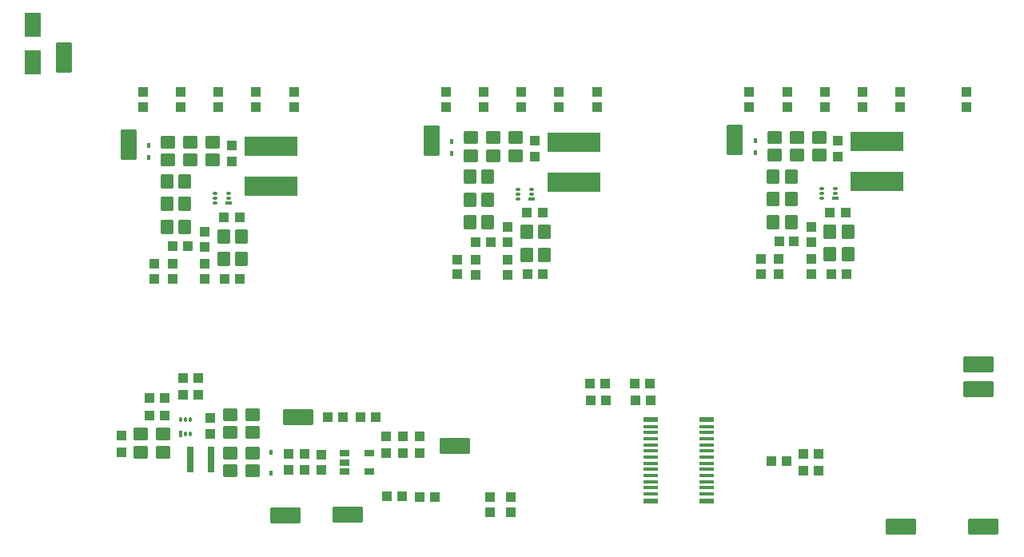
<source format=gbr>
G04*
G04 #@! TF.GenerationSoftware,Altium Limited,Altium Designer,25.1.2 (22)*
G04*
G04 Layer_Color=8421504*
%FSLAX44Y44*%
%MOMM*%
G71*
G04*
G04 #@! TF.SameCoordinates,24EE1BED-7E77-41C4-A39D-8EFC6A2CB599*
G04*
G04*
G04 #@! TF.FilePolarity,Positive*
G04*
G01*
G75*
%ADD17R,0.6700X0.3000*%
%ADD18O,0.6700X0.3000*%
G04:AMPARAMS|DCode=19|XSize=3.3mm|YSize=1.7mm|CornerRadius=0.2125mm|HoleSize=0mm|Usage=FLASHONLY|Rotation=180.000|XOffset=0mm|YOffset=0mm|HoleType=Round|Shape=RoundedRectangle|*
%AMROUNDEDRECTD19*
21,1,3.3000,1.2750,0,0,180.0*
21,1,2.8750,1.7000,0,0,180.0*
1,1,0.4250,-1.4375,0.6375*
1,1,0.4250,1.4375,0.6375*
1,1,0.4250,1.4375,-0.6375*
1,1,0.4250,-1.4375,-0.6375*
%
%ADD19ROUNDEDRECTD19*%
G04:AMPARAMS|DCode=20|XSize=1mm|YSize=1.1mm|CornerRadius=0.075mm|HoleSize=0mm|Usage=FLASHONLY|Rotation=180.000|XOffset=0mm|YOffset=0mm|HoleType=Round|Shape=RoundedRectangle|*
%AMROUNDEDRECTD20*
21,1,1.0000,0.9500,0,0,180.0*
21,1,0.8500,1.1000,0,0,180.0*
1,1,0.1500,-0.4250,0.4750*
1,1,0.1500,0.4250,0.4750*
1,1,0.1500,0.4250,-0.4750*
1,1,0.1500,-0.4250,-0.4750*
%
%ADD20ROUNDEDRECTD20*%
%ADD21R,1.5000X0.6000*%
%ADD22R,1.5000X0.4000*%
%ADD23R,5.6000X2.1000*%
G04:AMPARAMS|DCode=24|XSize=3.3mm|YSize=1.7mm|CornerRadius=0.2125mm|HoleSize=0mm|Usage=FLASHONLY|Rotation=90.000|XOffset=0mm|YOffset=0mm|HoleType=Round|Shape=RoundedRectangle|*
%AMROUNDEDRECTD24*
21,1,3.3000,1.2750,0,0,90.0*
21,1,2.8750,1.7000,0,0,90.0*
1,1,0.4250,0.6375,1.4375*
1,1,0.4250,0.6375,-1.4375*
1,1,0.4250,-0.6375,-1.4375*
1,1,0.4250,-0.6375,1.4375*
%
%ADD24ROUNDEDRECTD24*%
%ADD25R,0.3000X0.6700*%
%ADD26O,0.3000X0.6700*%
G04:AMPARAMS|DCode=27|XSize=1mm|YSize=1.1mm|CornerRadius=0.075mm|HoleSize=0mm|Usage=FLASHONLY|Rotation=270.000|XOffset=0mm|YOffset=0mm|HoleType=Round|Shape=RoundedRectangle|*
%AMROUNDEDRECTD27*
21,1,1.0000,0.9500,0,0,270.0*
21,1,0.8500,1.1000,0,0,270.0*
1,1,0.1500,-0.4750,-0.4250*
1,1,0.1500,-0.4750,0.4250*
1,1,0.1500,0.4750,0.4250*
1,1,0.1500,0.4750,-0.4250*
%
%ADD27ROUNDEDRECTD27*%
G04:AMPARAMS|DCode=28|XSize=1.1mm|YSize=1mm|CornerRadius=0.1mm|HoleSize=0mm|Usage=FLASHONLY|Rotation=180.000|XOffset=0mm|YOffset=0mm|HoleType=Round|Shape=RoundedRectangle|*
%AMROUNDEDRECTD28*
21,1,1.1000,0.8000,0,0,180.0*
21,1,0.9000,1.0000,0,0,180.0*
1,1,0.2000,-0.4500,0.4000*
1,1,0.2000,0.4500,0.4000*
1,1,0.2000,0.4500,-0.4000*
1,1,0.2000,-0.4500,-0.4000*
%
%ADD28ROUNDEDRECTD28*%
%ADD29R,0.4000X0.4800*%
G04:AMPARAMS|DCode=30|XSize=1.3mm|YSize=1.5mm|CornerRadius=0.0975mm|HoleSize=0mm|Usage=FLASHONLY|Rotation=180.000|XOffset=0mm|YOffset=0mm|HoleType=Round|Shape=RoundedRectangle|*
%AMROUNDEDRECTD30*
21,1,1.3000,1.3050,0,0,180.0*
21,1,1.1050,1.5000,0,0,180.0*
1,1,0.1950,-0.5525,0.6525*
1,1,0.1950,0.5525,0.6525*
1,1,0.1950,0.5525,-0.6525*
1,1,0.1950,-0.5525,-0.6525*
%
%ADD30ROUNDEDRECTD30*%
G04:AMPARAMS|DCode=31|XSize=1.3mm|YSize=1.5mm|CornerRadius=0.0975mm|HoleSize=0mm|Usage=FLASHONLY|Rotation=90.000|XOffset=0mm|YOffset=0mm|HoleType=Round|Shape=RoundedRectangle|*
%AMROUNDEDRECTD31*
21,1,1.3000,1.3050,0,0,90.0*
21,1,1.1050,1.5000,0,0,90.0*
1,1,0.1950,0.6525,0.5525*
1,1,0.1950,0.6525,-0.5525*
1,1,0.1950,-0.6525,-0.5525*
1,1,0.1950,-0.6525,0.5525*
%
%ADD31ROUNDEDRECTD31*%
G04:AMPARAMS|DCode=32|XSize=1.1mm|YSize=1mm|CornerRadius=0.075mm|HoleSize=0mm|Usage=FLASHONLY|Rotation=90.000|XOffset=0mm|YOffset=0mm|HoleType=Round|Shape=RoundedRectangle|*
%AMROUNDEDRECTD32*
21,1,1.1000,0.8500,0,0,90.0*
21,1,0.9500,1.0000,0,0,90.0*
1,1,0.1500,0.4250,0.4750*
1,1,0.1500,0.4250,-0.4750*
1,1,0.1500,-0.4250,-0.4750*
1,1,0.1500,-0.4250,0.4750*
%
%ADD32ROUNDEDRECTD32*%
G04:AMPARAMS|DCode=33|XSize=1.1mm|YSize=1mm|CornerRadius=0.075mm|HoleSize=0mm|Usage=FLASHONLY|Rotation=0.000|XOffset=0mm|YOffset=0mm|HoleType=Round|Shape=RoundedRectangle|*
%AMROUNDEDRECTD33*
21,1,1.1000,0.8500,0,0,0.0*
21,1,0.9500,1.0000,0,0,0.0*
1,1,0.1500,0.4750,-0.4250*
1,1,0.1500,-0.4750,-0.4250*
1,1,0.1500,-0.4750,0.4250*
1,1,0.1500,0.4750,0.4250*
%
%ADD33ROUNDEDRECTD33*%
%ADD34R,0.8000X2.7000*%
%ADD35R,0.4500X0.5900*%
%ADD36R,1.7000X2.5000*%
G04:AMPARAMS|DCode=37|XSize=1.1mm|YSize=0.6mm|CornerRadius=0.03mm|HoleSize=0mm|Usage=FLASHONLY|Rotation=0.000|XOffset=0mm|YOffset=0mm|HoleType=Round|Shape=RoundedRectangle|*
%AMROUNDEDRECTD37*
21,1,1.1000,0.5400,0,0,0.0*
21,1,1.0400,0.6000,0,0,0.0*
1,1,0.0600,0.5200,-0.2700*
1,1,0.0600,-0.5200,-0.2700*
1,1,0.0600,-0.5200,0.2700*
1,1,0.0600,0.5200,0.2700*
%
%ADD37ROUNDEDRECTD37*%
G04:AMPARAMS|DCode=38|XSize=1.1mm|YSize=1mm|CornerRadius=0.1mm|HoleSize=0mm|Usage=FLASHONLY|Rotation=90.000|XOffset=0mm|YOffset=0mm|HoleType=Round|Shape=RoundedRectangle|*
%AMROUNDEDRECTD38*
21,1,1.1000,0.8000,0,0,90.0*
21,1,0.9000,1.0000,0,0,90.0*
1,1,0.2000,0.4000,0.4500*
1,1,0.2000,0.4000,-0.4500*
1,1,0.2000,-0.4000,-0.4500*
1,1,0.2000,-0.4000,0.4500*
%
%ADD38ROUNDEDRECTD38*%
D17*
X1085679Y484483D02*
D03*
X443399Y479423D02*
D03*
X764179Y483943D02*
D03*
D18*
X1085679Y489483D02*
D03*
Y494483D02*
D03*
X1070879Y484483D02*
D03*
Y489483D02*
D03*
Y494483D02*
D03*
X428599Y489423D02*
D03*
Y484423D02*
D03*
Y479423D02*
D03*
X443399Y489423D02*
D03*
Y484423D02*
D03*
X764179Y488943D02*
D03*
Y493943D02*
D03*
X749379Y483943D02*
D03*
Y488943D02*
D03*
Y493943D02*
D03*
D19*
X516550Y252700D02*
D03*
X503000Y148000D02*
D03*
X1237000Y308000D02*
D03*
Y282000D02*
D03*
X683000Y222000D02*
D03*
X1155000Y136000D02*
D03*
X1242000D02*
D03*
X569000Y149000D02*
D03*
D20*
X719890Y167430D02*
D03*
Y151430D02*
D03*
X741890Y167430D02*
D03*
Y151430D02*
D03*
X352210Y581160D02*
D03*
Y597160D02*
D03*
X392210Y581160D02*
D03*
Y597160D02*
D03*
X432210Y581160D02*
D03*
Y597160D02*
D03*
X472210Y581160D02*
D03*
Y597160D02*
D03*
X512210Y581160D02*
D03*
Y597160D02*
D03*
X417929Y433153D02*
D03*
Y449153D02*
D03*
X417679Y398863D02*
D03*
Y414863D02*
D03*
X383679Y414783D02*
D03*
Y398783D02*
D03*
X994490Y597160D02*
D03*
Y581160D02*
D03*
X1034490Y597160D02*
D03*
Y581160D02*
D03*
X1074490Y597160D02*
D03*
Y581160D02*
D03*
X1114490Y597160D02*
D03*
Y581160D02*
D03*
X1154490Y597160D02*
D03*
Y581160D02*
D03*
X1060209Y454213D02*
D03*
Y438213D02*
D03*
X1059959Y419923D02*
D03*
Y403923D02*
D03*
X1025959Y403843D02*
D03*
Y419843D02*
D03*
X672990Y597160D02*
D03*
Y581160D02*
D03*
X712990Y597160D02*
D03*
Y581160D02*
D03*
X752990Y597160D02*
D03*
Y581160D02*
D03*
X792990Y597160D02*
D03*
Y581160D02*
D03*
X832990Y597160D02*
D03*
Y581160D02*
D03*
X738709Y453673D02*
D03*
Y437673D02*
D03*
X738459Y419383D02*
D03*
Y403383D02*
D03*
X704459Y403303D02*
D03*
Y419303D02*
D03*
X1224260Y581160D02*
D03*
Y597160D02*
D03*
X540890Y196430D02*
D03*
Y212430D02*
D03*
D21*
X949009Y250008D02*
D03*
Y163507D02*
D03*
X890509D02*
D03*
Y250008D02*
D03*
D22*
X949009Y210008D02*
D03*
Y203508D02*
D03*
Y197008D02*
D03*
Y190508D02*
D03*
Y171007D02*
D03*
Y177507D02*
D03*
Y184007D02*
D03*
X890509D02*
D03*
Y177507D02*
D03*
Y171007D02*
D03*
Y190508D02*
D03*
Y197008D02*
D03*
Y203508D02*
D03*
Y210008D02*
D03*
Y229508D02*
D03*
Y236008D02*
D03*
Y242508D02*
D03*
Y223008D02*
D03*
Y216508D02*
D03*
X949009D02*
D03*
Y223008D02*
D03*
Y242508D02*
D03*
Y236008D02*
D03*
Y229508D02*
D03*
D23*
X1129949Y502093D02*
D03*
Y544093D02*
D03*
X808449Y501553D02*
D03*
Y543553D02*
D03*
X487669Y497033D02*
D03*
Y539033D02*
D03*
D24*
X269000Y633000D02*
D03*
X337049Y540723D02*
D03*
X979329Y545783D02*
D03*
X657829Y545243D02*
D03*
D25*
X392250Y234850D02*
D03*
D26*
X397250D02*
D03*
X402250D02*
D03*
X392250Y249650D02*
D03*
X397250D02*
D03*
X402250D02*
D03*
D27*
X383739Y433343D02*
D03*
X399739D02*
D03*
X455210Y399023D02*
D03*
X439210D02*
D03*
X1042019Y438403D02*
D03*
X1026019D02*
D03*
X1081489Y404083D02*
D03*
X1097489D02*
D03*
X720519Y437863D02*
D03*
X704519D02*
D03*
X759989Y403543D02*
D03*
X775990D02*
D03*
X394820Y294140D02*
D03*
X410820D02*
D03*
X410680Y276360D02*
D03*
X394680D02*
D03*
X375180Y254360D02*
D03*
X359180D02*
D03*
X359570Y272890D02*
D03*
X375570D02*
D03*
X826180Y288360D02*
D03*
X842180D02*
D03*
X873500Y288250D02*
D03*
X889500D02*
D03*
X1051930Y195360D02*
D03*
X1067930D02*
D03*
X842320Y269890D02*
D03*
X826320D02*
D03*
X889820D02*
D03*
X873820D02*
D03*
X1018070Y205640D02*
D03*
X1034070D02*
D03*
X1068070Y213640D02*
D03*
X1052070D02*
D03*
X626411Y168235D02*
D03*
X610411D02*
D03*
X563820Y252640D02*
D03*
X547820D02*
D03*
D28*
X364379Y415103D02*
D03*
Y399103D02*
D03*
X1006659Y404163D02*
D03*
Y420163D02*
D03*
X685159Y403623D02*
D03*
Y419623D02*
D03*
D29*
X358639Y540383D02*
D03*
Y527183D02*
D03*
X1000919Y532243D02*
D03*
Y545443D02*
D03*
X679419Y531703D02*
D03*
Y544903D02*
D03*
D30*
X396789Y454173D02*
D03*
X377789D02*
D03*
X396789Y478303D02*
D03*
X377789D02*
D03*
X396789Y502323D02*
D03*
X377789D02*
D03*
X437700Y444063D02*
D03*
X456699D02*
D03*
X437700Y419933D02*
D03*
X456699D02*
D03*
X1020069Y459233D02*
D03*
X1039069D02*
D03*
X1020069Y483363D02*
D03*
X1039069D02*
D03*
X1020069Y507383D02*
D03*
X1039069D02*
D03*
X1098979Y449123D02*
D03*
X1079979D02*
D03*
X1098979Y424993D02*
D03*
X1079979D02*
D03*
X698569Y458693D02*
D03*
X717569D02*
D03*
X698569Y482823D02*
D03*
X717569D02*
D03*
X698569Y506843D02*
D03*
X717569D02*
D03*
X777479Y448583D02*
D03*
X758480D02*
D03*
X777479Y424453D02*
D03*
X758480D02*
D03*
D31*
X426349Y524853D02*
D03*
Y543853D02*
D03*
X402729Y524853D02*
D03*
Y543853D02*
D03*
X379109Y524853D02*
D03*
Y543853D02*
D03*
X1068629Y548913D02*
D03*
Y529913D02*
D03*
X1045009Y548913D02*
D03*
Y529913D02*
D03*
X1021389Y548913D02*
D03*
Y529913D02*
D03*
X747129Y548373D02*
D03*
Y529373D02*
D03*
X723509Y548373D02*
D03*
Y529373D02*
D03*
X699889Y548373D02*
D03*
Y529373D02*
D03*
X444890Y214300D02*
D03*
Y195300D02*
D03*
X444610Y236200D02*
D03*
Y255200D02*
D03*
X349890Y234300D02*
D03*
Y215300D02*
D03*
X373890Y234300D02*
D03*
Y215300D02*
D03*
X468890Y214300D02*
D03*
Y195300D02*
D03*
X468610Y236200D02*
D03*
Y255200D02*
D03*
D32*
X446329Y540533D02*
D03*
Y523533D02*
D03*
X1088609Y528593D02*
D03*
Y545593D02*
D03*
X767109Y528053D02*
D03*
Y545053D02*
D03*
X423950Y234980D02*
D03*
Y251980D02*
D03*
X329550Y232520D02*
D03*
Y215520D02*
D03*
X523300Y196270D02*
D03*
Y213270D02*
D03*
X506300Y196270D02*
D03*
Y213270D02*
D03*
X645700Y231730D02*
D03*
Y214730D02*
D03*
X627700Y231730D02*
D03*
Y214730D02*
D03*
X609700Y231730D02*
D03*
Y214730D02*
D03*
D33*
X454780Y464423D02*
D03*
X437780D02*
D03*
X1080060Y469483D02*
D03*
X1097059D02*
D03*
X758559Y468943D02*
D03*
X775559D02*
D03*
D34*
X424250Y207250D02*
D03*
X402250D02*
D03*
D35*
X488250Y193350D02*
D03*
Y215150D02*
D03*
D36*
X235250Y628250D02*
D03*
Y668250D02*
D03*
D37*
X592000Y195000D02*
D03*
X566000Y214000D02*
D03*
Y204500D02*
D03*
Y195000D02*
D03*
X592000Y214000D02*
D03*
D38*
X661340Y167950D02*
D03*
X645340D02*
D03*
X598500Y252750D02*
D03*
X582500D02*
D03*
M02*

</source>
